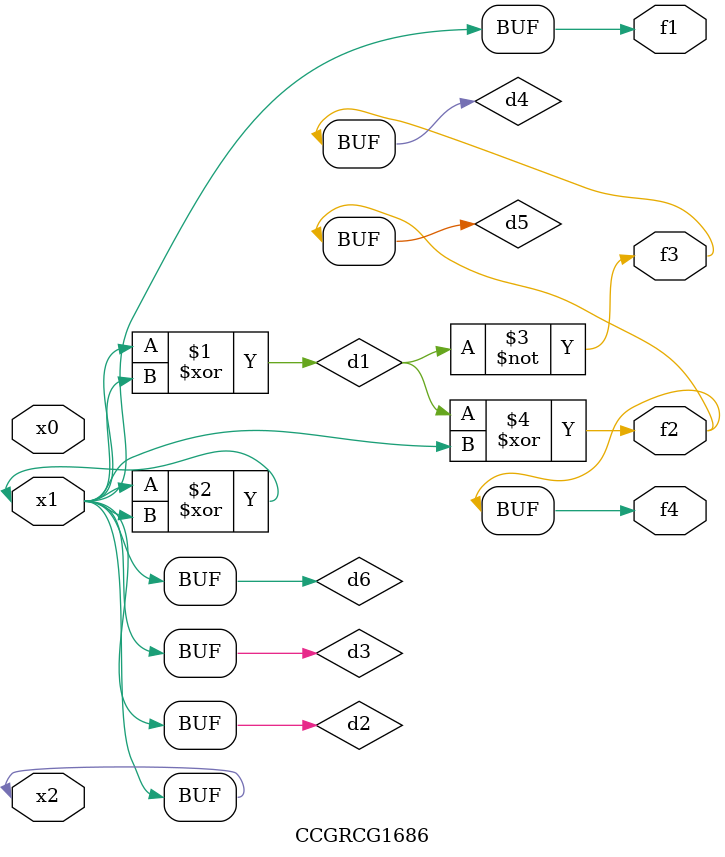
<source format=v>
module CCGRCG1686(
	input x0, x1, x2,
	output f1, f2, f3, f4
);

	wire d1, d2, d3, d4, d5, d6;

	xor (d1, x1, x2);
	buf (d2, x1, x2);
	xor (d3, x1, x2);
	nor (d4, d1);
	xor (d5, d1, d2);
	buf (d6, d2, d3);
	assign f1 = d6;
	assign f2 = d5;
	assign f3 = d4;
	assign f4 = d5;
endmodule

</source>
